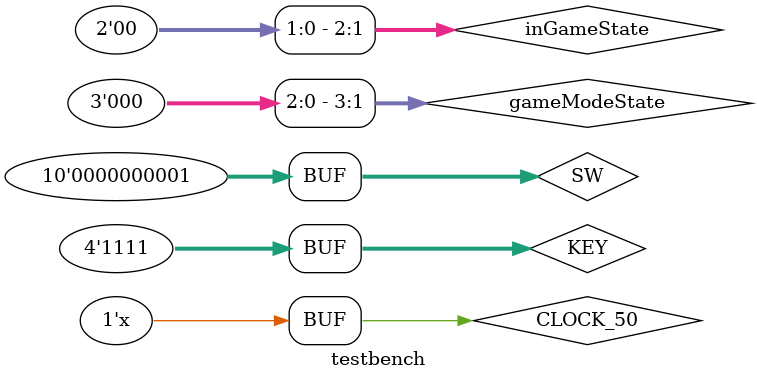
<source format=v>
`timescale 1ns / 1ps

module testbench ( );
	parameter CLOCK_PERIOD = 10;

    reg [9:0] SW;
    reg [3:0] KEY;
    reg CLOCK_50;
    wire [9:0] LEDR;
    wire [6:0] HEX0, HEX1, HEX2, HEX3, HEX4, HEX5;
    
    // TODO: Remove these debug signals before final implementation
    wire [3:0] gameModeState;
    wire [2:0] inGameState;

	initial begin
        CLOCK_50 <= 1'b0;
	end // initial
	always @ (*)
	begin : Clock_Generator
		#((CLOCK_PERIOD) / 2) CLOCK_50 <= ~CLOCK_50;
	end

	initial begin
        SW  = 10'b0;
        KEY = 4'b1111;

        // ============================================
        // TEST CASE 1: Start game
        // ============================================
        #50 KEY[1] <= 1'b0;  // Press KEY[1] to start
        #70 KEY[1] <= 1'b1;  // Release
        #100; // wait for state transition

        // ============================================
        // TEST CASE 2: Non-matching tiles (SW[0] and SW[1])
        // SW[0] = color 1, SW[1] = color 2 (no match)
        // ============================================
        #100 SW[0] <= 1'b1;
        #200 KEY[2] <= 1'b0;  // Press KEY[2] to confirm first tile
        #210 KEY[2] <= 1'b1;  // Release
        #100; // wait for state transition
        
        SW[0] <= 1'b0;
        SW[1] <= 1'b1;
        #200 KEY[3] <= 1'b0;  // Press KEY[3] to confirm second tile
        #210 KEY[3] <= 1'b1;  // Release
        #100; // wait for state transition
        
        #200 KEY[2] <= 1'b0;  // Press KEY[2] to compare (should not match)
        #210 KEY[2] <= 1'b1;  // Release
        #200; // wait for comparison
        SW[1] <= 1'b0;

        // ============================================
        // TEST CASE 3: Matching tiles (SW[0] and SW[7])
        // Both have color 1 (should match)
        // ============================================
        #200 SW[0] <= 1'b1;
        #200 KEY[2] <= 1'b0;  // Press KEY[2] to confirm first tile
        #210 KEY[2] <= 1'b1;  // Release
        #100; // wait for state transition
        
        SW[0] <= 1'b0;
        SW[7] <= 1'b1;
        #200 KEY[3] <= 1'b0;  // Press KEY[3] to confirm second tile
        #210 KEY[3] <= 1'b1;  // Release
        #100; // wait for state transition
        
        #200 KEY[2] <= 1'b0;  // Press KEY[2] to compare (should match)
        #210 KEY[2] <= 1'b1;  // Release
        #200; // wait for comparison
        SW[7] <= 1'b0;

        // ============================================
        // TEST CASE 4: Another matching pair (SW[1] and SW[4])
        // Both have color 2 (should match)
        // ============================================
        #200 SW[1] <= 1'b1;
        #200 KEY[2] <= 1'b0;  // Press KEY[2] to confirm first tile
        #210 KEY[2] <= 1'b1;  // Release
        #100; // wait for state transition
        
        SW[1] <= 1'b0;
        SW[4] <= 1'b1;
        #200 KEY[3] <= 1'b0;  // Press KEY[3] to confirm second tile
        #210 KEY[3] <= 1'b1;  // Release
        #100; // wait for state transition
        
        #200 KEY[2] <= 1'b0;  // Press KEY[2] to compare (should match)
        #210 KEY[2] <= 1'b1;  // Release
        #200; // wait for comparison
        SW[4] <= 1'b0;

        // ============================================
        // TEST CASE 5: Non-matching tiles (SW[2] and SW[3])
        // SW[2] = color 3, SW[3] = color 4 (no match)
        // ============================================
        #200 SW[2] <= 1'b1;
        #200 KEY[2] <= 1'b0;  // Press KEY[2] to confirm first tile
        #210 KEY[2] <= 1'b1;  // Release
        #100; // wait for state transition
        
        SW[2] <= 1'b0;
        SW[3] <= 1'b1;
        #200 KEY[3] <= 1'b0;  // Press KEY[3] to confirm second tile
        #210 KEY[3] <= 1'b1;  // Release
        #100; // wait for state transition
        
        #200 KEY[2] <= 1'b0;  // Press KEY[2] to compare (should not match)
        #210 KEY[2] <= 1'b1;  // Release
        #200; // wait for comparison
        SW[3] <= 1'b0;

        // ============================================
        // TEST CASE 6: Matching pair (SW[2] and SW[6])
        // Both have color 3 (should match)
        // ============================================
        #200 SW[2] <= 1'b1;
        #200 KEY[2] <= 1'b0;  // Press KEY[2] to confirm first tile
        #210 KEY[2] <= 1'b1;  // Release
        #100; // wait for state transition
        
        SW[2] <= 1'b0;
        SW[6] <= 1'b1;
        #200 KEY[3] <= 1'b0;  // Press KEY[3] to confirm second tile
        #210 KEY[3] <= 1'b1;  // Release
        #100; // wait for state transition
        
        #200 KEY[2] <= 1'b0;  // Press KEY[2] to compare (should match)
        #210 KEY[2] <= 1'b1;  // Release
        #200; // wait for comparison
        SW[6] <= 1'b0;

        // ============================================
        // TEST CASE 7: Matching pair (SW[3] and SW[5])
        // Both have color 4 (should match)
        // ============================================
        #200 SW[3] <= 1'b1;
        #200 KEY[2] <= 1'b0;  // Press KEY[2] to confirm first tile
        #210 KEY[2] <= 1'b1;  // Release
        #100; // wait for state transition
        
        SW[3] <= 1'b0;
        SW[5] <= 1'b1;
        #200 KEY[3] <= 1'b0;  // Press KEY[3] to confirm second tile
        #210 KEY[3] <= 1'b1;  // Release
        #100; // wait for state transition
        
        #200 KEY[2] <= 1'b0;  // Press KEY[2] to compare (should match)
        #210 KEY[2] <= 1'b1;  // Release
        #200; // wait for comparison
        SW[5] <= 1'b0;

        // ============================================
        // TEST CASE 8: Matching pair (SW[8] and SW[9])
        // Both have color 5 (should match)
        // ============================================
        #200 SW[8] <= 1'b1;
        #200 KEY[2] <= 1'b0;  // Press KEY[2] to confirm first tile
        #210 KEY[2] <= 1'b1;  // Release
        #100; // wait for state transition
        
        SW[8] <= 1'b0;
        SW[9] <= 1'b1;
        #200 KEY[3] <= 1'b0;  // Press KEY[3] to confirm second tile
        #210 KEY[3] <= 1'b1;  // Release
        #100; // wait for state transition
        
        #200 KEY[2] <= 1'b0;  // Press KEY[2] to compare (should match - all tiles matched, game over)
        #210 KEY[2] <= 1'b1;  // Release
        #200; // wait for comparison
        SW[9] <= 1'b0;

        // ============================================
        // TEST CASE 9: Test reset (KEY[0])
        // ============================================
        #200 KEY[0] <= 1'b0;  // Press KEY[0] to reset
        #200 KEY[0] <= 1'b1;  // Release
        #200; // wait for reset

        // ============================================
        // TEST CASE 10: Restart game and test edge case
        // ============================================
        #200 KEY[1] <= 1'b0;  // Press KEY[1] to start again
        #70 KEY[1] <= 1'b1;  // Release
        #200; // wait for state transition

        // Test with switch already set before pressing KEY[2]
        SW[0] <= 1'b1;
        #300 KEY[2] <= 1'b0;  // Press KEY[2] to confirm first tile
        #210 KEY[2] <= 1'b1;  // Release
        #200; // wait for state transition

	end // initial

	tilegame U1 (SW, KEY, CLOCK_50, LEDR, HEX0, HEX1, HEX2, HEX3, HEX4, HEX5);
	
	// Remove these if not debugging
	assign gameModeState = U1.gameModeState;
	assign inGameState = U1.inGameState;
endmodule

</source>
